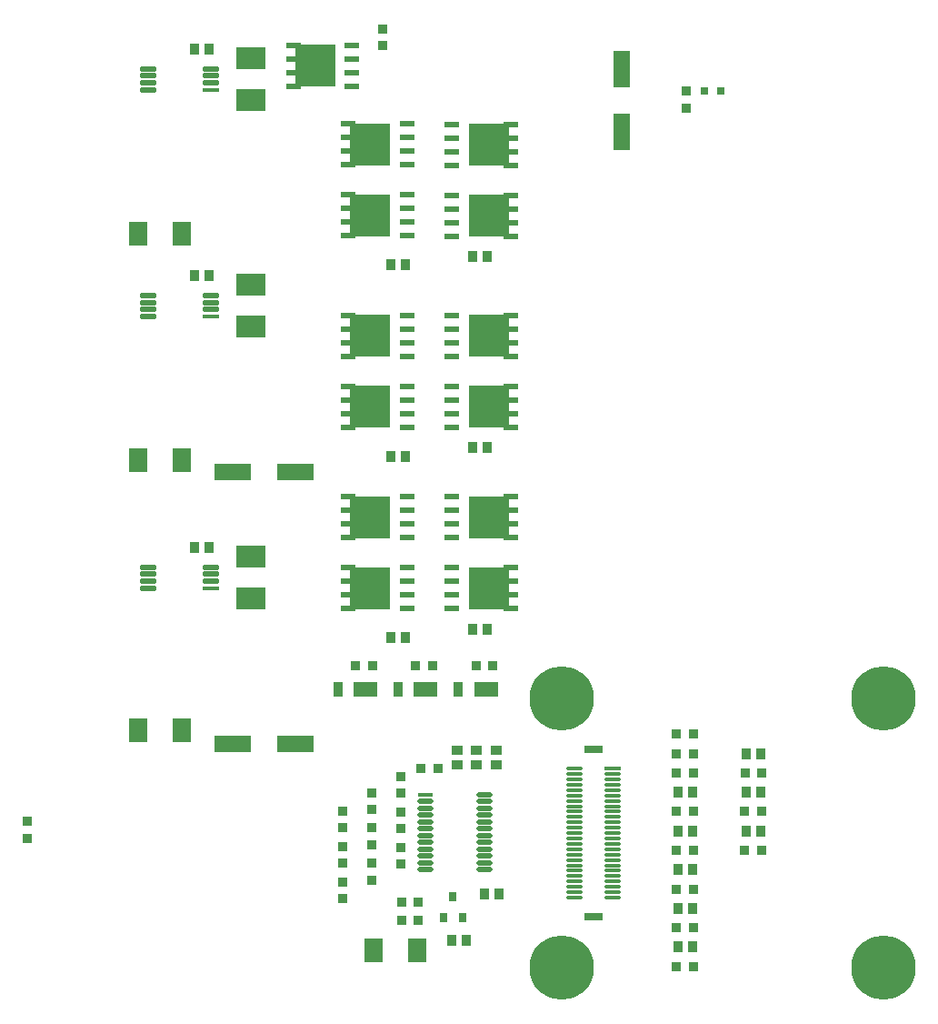
<source format=gtp>
G04*
G04 #@! TF.GenerationSoftware,Altium Limited,Altium Designer,20.1.8 (145)*
G04*
G04 Layer_Color=8421504*
%FSLAX25Y25*%
%MOIN*%
G70*
G04*
G04 #@! TF.SameCoordinates,CA1AD960-CC60-4823-93EC-705349262C67*
G04*
G04*
G04 #@! TF.FilePolarity,Positive*
G04*
G01*
G75*
%ADD16C,0.23622*%
%ADD17R,0.14764X0.15394*%
%ADD18R,0.05591X0.02402*%
%ADD19R,0.03347X0.03347*%
G04:AMPARAMS|DCode=20|XSize=17.72mil|YSize=57.09mil|CornerRadius=4.43mil|HoleSize=0mil|Usage=FLASHONLY|Rotation=90.000|XOffset=0mil|YOffset=0mil|HoleType=Round|Shape=RoundedRectangle|*
%AMROUNDEDRECTD20*
21,1,0.01772,0.04823,0,0,90.0*
21,1,0.00886,0.05709,0,0,90.0*
1,1,0.00886,0.02411,0.00443*
1,1,0.00886,0.02411,-0.00443*
1,1,0.00886,-0.02411,-0.00443*
1,1,0.00886,-0.02411,0.00443*
%
%ADD20ROUNDEDRECTD20*%
%ADD21R,0.05709X0.01772*%
%ADD22R,0.07000X0.08500*%
%ADD23R,0.06102X0.13583*%
%ADD24R,0.11024X0.08465*%
%ADD25R,0.08661X0.05512*%
%ADD26R,0.03543X0.05512*%
%ADD27R,0.03347X0.03347*%
%ADD28R,0.03543X0.03937*%
%ADD29R,0.03150X0.03543*%
%ADD30R,0.07087X0.03150*%
%ADD31O,0.06299X0.01181*%
%ADD32R,0.06299X0.01181*%
%ADD33R,0.13583X0.06102*%
%ADD34R,0.05906X0.01772*%
G04:AMPARAMS|DCode=35|XSize=59.06mil|YSize=17.72mil|CornerRadius=4.43mil|HoleSize=0mil|Usage=FLASHONLY|Rotation=180.000|XOffset=0mil|YOffset=0mil|HoleType=Round|Shape=RoundedRectangle|*
%AMROUNDEDRECTD35*
21,1,0.05906,0.00886,0,0,180.0*
21,1,0.05020,0.01772,0,0,180.0*
1,1,0.00886,-0.02510,0.00443*
1,1,0.00886,0.02510,0.00443*
1,1,0.00886,0.02510,-0.00443*
1,1,0.00886,-0.02510,-0.00443*
%
%ADD35ROUNDEDRECTD35*%
%ADD36R,0.03937X0.03543*%
%ADD37R,0.03150X0.03150*%
D16*
X238583Y114173D02*
D03*
X356693D02*
D03*
Y15748D02*
D03*
X238583D02*
D03*
D17*
X168484Y247264D02*
D03*
X211831Y247224D02*
D03*
Y221240D02*
D03*
Y180689D02*
D03*
X168484Y154744D02*
D03*
Y180728D02*
D03*
X148406Y346201D02*
D03*
X211831Y154705D02*
D03*
X168484Y317342D02*
D03*
X211831Y317303D02*
D03*
Y291319D02*
D03*
X168484Y291358D02*
D03*
Y221280D02*
D03*
D18*
X160276Y239764D02*
D03*
Y244764D02*
D03*
Y249764D02*
D03*
Y254764D02*
D03*
X181890D02*
D03*
Y249764D02*
D03*
Y244764D02*
D03*
Y239764D02*
D03*
X220039Y254724D02*
D03*
Y249724D02*
D03*
Y244724D02*
D03*
Y239724D02*
D03*
X198425D02*
D03*
Y244724D02*
D03*
Y249724D02*
D03*
Y254724D02*
D03*
X220039Y228740D02*
D03*
Y223740D02*
D03*
Y218740D02*
D03*
Y213740D02*
D03*
X198425D02*
D03*
Y218740D02*
D03*
Y223740D02*
D03*
Y228740D02*
D03*
X220039Y188189D02*
D03*
Y183189D02*
D03*
Y178189D02*
D03*
Y173189D02*
D03*
X198425D02*
D03*
Y178189D02*
D03*
Y183189D02*
D03*
Y188189D02*
D03*
X160276Y147244D02*
D03*
Y152244D02*
D03*
Y157244D02*
D03*
Y162244D02*
D03*
X181890D02*
D03*
Y157244D02*
D03*
Y152244D02*
D03*
Y147244D02*
D03*
X160276Y173228D02*
D03*
Y178228D02*
D03*
Y183228D02*
D03*
Y188228D02*
D03*
X181890D02*
D03*
Y183228D02*
D03*
Y178228D02*
D03*
Y173228D02*
D03*
X140197Y338701D02*
D03*
Y343701D02*
D03*
Y348701D02*
D03*
Y353701D02*
D03*
X161811D02*
D03*
Y348701D02*
D03*
Y343701D02*
D03*
Y338701D02*
D03*
X220039Y162205D02*
D03*
Y157205D02*
D03*
Y152205D02*
D03*
Y147205D02*
D03*
X198425D02*
D03*
Y152205D02*
D03*
Y157205D02*
D03*
Y162205D02*
D03*
X160276Y309842D02*
D03*
Y314843D02*
D03*
Y319843D02*
D03*
Y324843D02*
D03*
X181890D02*
D03*
Y319843D02*
D03*
Y314843D02*
D03*
Y309842D02*
D03*
X220039Y324803D02*
D03*
Y319803D02*
D03*
Y314803D02*
D03*
Y309803D02*
D03*
X198425D02*
D03*
Y314803D02*
D03*
Y319803D02*
D03*
Y324803D02*
D03*
X220039Y298819D02*
D03*
Y293819D02*
D03*
Y288819D02*
D03*
Y283819D02*
D03*
X198425D02*
D03*
Y288819D02*
D03*
Y293819D02*
D03*
Y298819D02*
D03*
X160276Y283858D02*
D03*
Y288858D02*
D03*
Y293858D02*
D03*
Y298858D02*
D03*
X181890D02*
D03*
Y293858D02*
D03*
Y288858D02*
D03*
Y283858D02*
D03*
Y213779D02*
D03*
Y218779D02*
D03*
Y223780D02*
D03*
Y228780D02*
D03*
X160276D02*
D03*
Y223780D02*
D03*
Y218779D02*
D03*
Y213779D02*
D03*
D19*
X42520Y69193D02*
D03*
Y63090D02*
D03*
X284252Y336910D02*
D03*
Y330807D02*
D03*
X179528Y72736D02*
D03*
Y66634D02*
D03*
X168898Y47736D02*
D03*
Y53839D02*
D03*
X179528Y85728D02*
D03*
Y79626D02*
D03*
Y59744D02*
D03*
Y53642D02*
D03*
X168898Y73721D02*
D03*
Y79823D02*
D03*
X158268Y67027D02*
D03*
Y73130D02*
D03*
Y54035D02*
D03*
Y60138D02*
D03*
X168898Y60728D02*
D03*
Y66831D02*
D03*
X158268Y41043D02*
D03*
Y47146D02*
D03*
X172835Y359744D02*
D03*
Y353642D02*
D03*
D20*
X210241Y51604D02*
D03*
Y54104D02*
D03*
Y56604D02*
D03*
Y59104D02*
D03*
Y61604D02*
D03*
Y64104D02*
D03*
Y66604D02*
D03*
Y69104D02*
D03*
Y71604D02*
D03*
Y74104D02*
D03*
Y76604D02*
D03*
Y79104D02*
D03*
X188784Y51604D02*
D03*
Y54104D02*
D03*
Y56604D02*
D03*
Y59104D02*
D03*
Y61604D02*
D03*
Y64104D02*
D03*
Y66604D02*
D03*
Y69104D02*
D03*
Y71604D02*
D03*
Y74104D02*
D03*
Y76604D02*
D03*
D21*
Y79104D02*
D03*
D22*
X185685Y22047D02*
D03*
X169685D02*
D03*
X83465Y284646D02*
D03*
X99465D02*
D03*
X83465Y201575D02*
D03*
X99465D02*
D03*
X83465Y102756D02*
D03*
X99465D02*
D03*
D23*
X260630Y321850D02*
D03*
Y345079D02*
D03*
D24*
X124803Y250590D02*
D03*
Y265945D02*
D03*
X124803Y333661D02*
D03*
Y349016D02*
D03*
Y150984D02*
D03*
Y166339D02*
D03*
D25*
X166732Y117717D02*
D03*
X188779Y117717D02*
D03*
X210827Y117717D02*
D03*
D26*
X156693D02*
D03*
X178740Y117717D02*
D03*
X200787Y117717D02*
D03*
D27*
X163091Y126378D02*
D03*
X169193D02*
D03*
X185138D02*
D03*
X191240D02*
D03*
X207185Y126378D02*
D03*
X213287D02*
D03*
X193209Y88583D02*
D03*
X187106D02*
D03*
X180020Y39764D02*
D03*
X186122D02*
D03*
X180020Y33071D02*
D03*
X186122D02*
D03*
X280807Y58661D02*
D03*
X286910D02*
D03*
X280807Y72835D02*
D03*
X286910D02*
D03*
X305906Y87008D02*
D03*
X312008D02*
D03*
X305807Y72835D02*
D03*
X311910D02*
D03*
X280807Y16142D02*
D03*
X286909D02*
D03*
X280807Y30315D02*
D03*
X286909D02*
D03*
X280807Y44488D02*
D03*
X286909D02*
D03*
X305807Y58661D02*
D03*
X311910D02*
D03*
X280807Y94095D02*
D03*
X286910D02*
D03*
X280807Y87008D02*
D03*
X286910D02*
D03*
X280807Y101181D02*
D03*
X286910D02*
D03*
D28*
X198229Y25785D02*
D03*
X203544D02*
D03*
X281201Y65748D02*
D03*
X286516D02*
D03*
X281201Y79921D02*
D03*
X286516D02*
D03*
X306299Y94095D02*
D03*
X311614D02*
D03*
X306201Y79921D02*
D03*
X311516D02*
D03*
X281201Y23228D02*
D03*
X286516D02*
D03*
X281201Y37402D02*
D03*
X286516D02*
D03*
X281201Y51575D02*
D03*
X286516D02*
D03*
X306201Y65748D02*
D03*
X311516D02*
D03*
X210335Y42520D02*
D03*
X215650D02*
D03*
X104035Y269291D02*
D03*
X109350D02*
D03*
X104035Y352362D02*
D03*
X109350D02*
D03*
X104035Y169685D02*
D03*
X109350D02*
D03*
X206004Y206299D02*
D03*
X211319D02*
D03*
X181398Y273228D02*
D03*
X176083D02*
D03*
X181398Y203150D02*
D03*
X176083D02*
D03*
X206004Y139764D02*
D03*
X211319D02*
D03*
X181398Y136614D02*
D03*
X176083D02*
D03*
X211299Y276398D02*
D03*
X205984D02*
D03*
D29*
X195170Y33954D02*
D03*
X202257D02*
D03*
X198713Y41828D02*
D03*
D30*
X250394Y95669D02*
D03*
Y34252D02*
D03*
D31*
X243307Y88583D02*
D03*
Y86614D02*
D03*
Y84646D02*
D03*
Y82677D02*
D03*
Y80709D02*
D03*
Y78740D02*
D03*
Y76772D02*
D03*
Y74803D02*
D03*
Y72835D02*
D03*
Y70866D02*
D03*
Y68898D02*
D03*
Y66929D02*
D03*
Y64961D02*
D03*
Y62992D02*
D03*
Y61024D02*
D03*
Y59055D02*
D03*
Y57087D02*
D03*
Y55118D02*
D03*
Y53150D02*
D03*
Y51181D02*
D03*
Y49213D02*
D03*
Y47244D02*
D03*
Y45276D02*
D03*
Y43307D02*
D03*
Y41339D02*
D03*
X257480D02*
D03*
Y43307D02*
D03*
Y45276D02*
D03*
Y47244D02*
D03*
Y49213D02*
D03*
Y51181D02*
D03*
Y53150D02*
D03*
Y55118D02*
D03*
Y57087D02*
D03*
Y59055D02*
D03*
Y61024D02*
D03*
Y62992D02*
D03*
Y64961D02*
D03*
Y66929D02*
D03*
Y68898D02*
D03*
Y70866D02*
D03*
Y72835D02*
D03*
Y74803D02*
D03*
Y76772D02*
D03*
Y78740D02*
D03*
Y80709D02*
D03*
Y82677D02*
D03*
Y84646D02*
D03*
Y86614D02*
D03*
D32*
Y88583D02*
D03*
D33*
X141142Y197244D02*
D03*
X117913D02*
D03*
X141142Y97638D02*
D03*
X117913D02*
D03*
D34*
X109843Y154724D02*
D03*
Y337402D02*
D03*
Y254331D02*
D03*
D35*
Y157283D02*
D03*
Y159843D02*
D03*
Y162402D02*
D03*
X87008Y154724D02*
D03*
Y157283D02*
D03*
Y159843D02*
D03*
Y162402D02*
D03*
X109843Y339961D02*
D03*
Y342520D02*
D03*
Y345079D02*
D03*
X87008Y337402D02*
D03*
Y339961D02*
D03*
Y342520D02*
D03*
Y345079D02*
D03*
Y262008D02*
D03*
Y259449D02*
D03*
Y256890D02*
D03*
Y254331D02*
D03*
X109843Y262008D02*
D03*
Y259449D02*
D03*
Y256890D02*
D03*
D36*
X214567Y89862D02*
D03*
Y95177D02*
D03*
X207480Y89862D02*
D03*
Y95177D02*
D03*
X200394Y89862D02*
D03*
Y95177D02*
D03*
D37*
X297047Y337047D02*
D03*
X291142D02*
D03*
M02*

</source>
